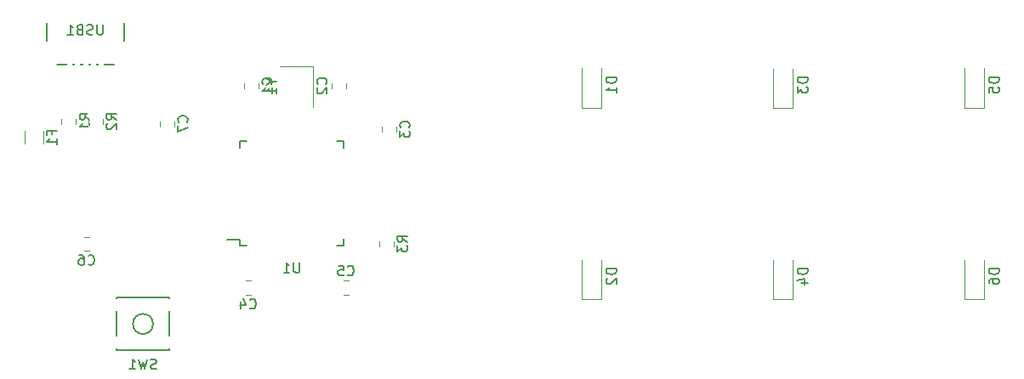
<source format=gbo>
G04 #@! TF.GenerationSoftware,KiCad,Pcbnew,(5.1.4)-1*
G04 #@! TF.CreationDate,2023-05-28T13:58:39-07:00*
G04 #@! TF.ProjectId,keypad,6b657970-6164-42e6-9b69-6361645f7063,rev?*
G04 #@! TF.SameCoordinates,Original*
G04 #@! TF.FileFunction,Legend,Bot*
G04 #@! TF.FilePolarity,Positive*
%FSLAX46Y46*%
G04 Gerber Fmt 4.6, Leading zero omitted, Abs format (unit mm)*
G04 Created by KiCad (PCBNEW (5.1.4)-1) date 2023-05-28 13:58:39*
%MOMM*%
%LPD*%
G04 APERTURE LIST*
%ADD10C,0.120000*%
%ADD11C,0.150000*%
%ADD12R,1.302000X1.502000*%
%ADD13O,1.802000X2.802000*%
%ADD14R,0.602000X2.352000*%
%ADD15R,0.652000X1.602000*%
%ADD16R,1.602000X0.652000*%
%ADD17R,1.902000X1.202000*%
%ADD18C,0.100000*%
%ADD19C,1.077000*%
%ADD20R,2.652000X2.602000*%
%ADD21C,1.852000*%
%ADD22C,3.102000*%
%ADD23C,4.089800*%
%ADD24C,1.352000*%
%ADD25R,1.302000X1.002000*%
G04 APERTURE END LIST*
D10*
X187617000Y-109803000D02*
X187617000Y-113803000D01*
X184317000Y-109803000D02*
X187617000Y-109803000D01*
D11*
X161156000Y-104140000D02*
X161156000Y-109590000D01*
X168856000Y-104140000D02*
X168856000Y-109590000D01*
X161156000Y-109590000D02*
X168856000Y-109590000D01*
X180372000Y-127028000D02*
X179097000Y-127028000D01*
X190722000Y-127603000D02*
X190047000Y-127603000D01*
X190722000Y-117253000D02*
X190047000Y-117253000D01*
X180372000Y-117253000D02*
X181047000Y-117253000D01*
X180372000Y-127603000D02*
X181047000Y-127603000D01*
X180372000Y-117253000D02*
X180372000Y-117928000D01*
X190722000Y-117253000D02*
X190722000Y-117928000D01*
X190722000Y-127603000D02*
X190722000Y-126928000D01*
X180372000Y-127603000D02*
X180372000Y-127028000D01*
X173331250Y-132837000D02*
X168131250Y-132837000D01*
X168131250Y-132837000D02*
X168131250Y-138037000D01*
X168131250Y-138037000D02*
X173331250Y-138037000D01*
X173331250Y-138037000D02*
X173331250Y-132837000D01*
X171731250Y-135437000D02*
G75*
G03X171731250Y-135437000I-1000000J0D01*
G01*
D10*
X194235000Y-127688078D02*
X194235000Y-127170922D01*
X195655000Y-127688078D02*
X195655000Y-127170922D01*
X165279000Y-115526078D02*
X165279000Y-115008922D01*
X166699000Y-115526078D02*
X166699000Y-115008922D01*
X162612000Y-115526078D02*
X162612000Y-115008922D01*
X164032000Y-115526078D02*
X164032000Y-115008922D01*
X158983000Y-117439064D02*
X158983000Y-116234936D01*
X160803000Y-117439064D02*
X160803000Y-116234936D01*
X254492000Y-132933000D02*
X254492000Y-129033000D01*
X252492000Y-132933000D02*
X252492000Y-129033000D01*
X254492000Y-132933000D02*
X252492000Y-132933000D01*
X254492000Y-113882000D02*
X254492000Y-109982000D01*
X252492000Y-113882000D02*
X252492000Y-109982000D01*
X254492000Y-113882000D02*
X252492000Y-113882000D01*
X235442000Y-132933000D02*
X235442000Y-129033000D01*
X233442000Y-132933000D02*
X233442000Y-129033000D01*
X235442000Y-132933000D02*
X233442000Y-132933000D01*
X235442000Y-113883000D02*
X235442000Y-109983000D01*
X233442000Y-113883000D02*
X233442000Y-109983000D01*
X235442000Y-113883000D02*
X233442000Y-113883000D01*
X216392000Y-132933000D02*
X216392000Y-129033000D01*
X214392000Y-132933000D02*
X214392000Y-129033000D01*
X216392000Y-132933000D02*
X214392000Y-132933000D01*
X216392000Y-113882000D02*
X216392000Y-109982000D01*
X214392000Y-113882000D02*
X214392000Y-109982000D01*
X216392000Y-113882000D02*
X214392000Y-113882000D01*
X172391000Y-115750078D02*
X172391000Y-115232922D01*
X173811000Y-115750078D02*
X173811000Y-115232922D01*
X164841422Y-126749500D02*
X165358578Y-126749500D01*
X164841422Y-128169500D02*
X165358578Y-128169500D01*
X191188078Y-132536000D02*
X190670922Y-132536000D01*
X191188078Y-131116000D02*
X190670922Y-131116000D01*
X180921922Y-131116000D02*
X181439078Y-131116000D01*
X180921922Y-132536000D02*
X181439078Y-132536000D01*
X194489000Y-116288078D02*
X194489000Y-115770922D01*
X195909000Y-116288078D02*
X195909000Y-115770922D01*
X190956000Y-111452922D02*
X190956000Y-111970078D01*
X189536000Y-111452922D02*
X189536000Y-111970078D01*
X180773000Y-111970078D02*
X180773000Y-111452922D01*
X182193000Y-111970078D02*
X182193000Y-111452922D01*
D11*
X183493190Y-111326809D02*
X183969380Y-111326809D01*
X182969380Y-110993476D02*
X183493190Y-111326809D01*
X182969380Y-111660142D01*
X183969380Y-112517285D02*
X183969380Y-111945857D01*
X183969380Y-112231571D02*
X182969380Y-112231571D01*
X183112238Y-112136333D01*
X183207476Y-112041095D01*
X183255095Y-111945857D01*
X166744095Y-105624380D02*
X166744095Y-106433904D01*
X166696476Y-106529142D01*
X166648857Y-106576761D01*
X166553619Y-106624380D01*
X166363142Y-106624380D01*
X166267904Y-106576761D01*
X166220285Y-106529142D01*
X166172666Y-106433904D01*
X166172666Y-105624380D01*
X165744095Y-106576761D02*
X165601238Y-106624380D01*
X165363142Y-106624380D01*
X165267904Y-106576761D01*
X165220285Y-106529142D01*
X165172666Y-106433904D01*
X165172666Y-106338666D01*
X165220285Y-106243428D01*
X165267904Y-106195809D01*
X165363142Y-106148190D01*
X165553619Y-106100571D01*
X165648857Y-106052952D01*
X165696476Y-106005333D01*
X165744095Y-105910095D01*
X165744095Y-105814857D01*
X165696476Y-105719619D01*
X165648857Y-105672000D01*
X165553619Y-105624380D01*
X165315523Y-105624380D01*
X165172666Y-105672000D01*
X164410761Y-106100571D02*
X164267904Y-106148190D01*
X164220285Y-106195809D01*
X164172666Y-106291047D01*
X164172666Y-106433904D01*
X164220285Y-106529142D01*
X164267904Y-106576761D01*
X164363142Y-106624380D01*
X164744095Y-106624380D01*
X164744095Y-105624380D01*
X164410761Y-105624380D01*
X164315523Y-105672000D01*
X164267904Y-105719619D01*
X164220285Y-105814857D01*
X164220285Y-105910095D01*
X164267904Y-106005333D01*
X164315523Y-106052952D01*
X164410761Y-106100571D01*
X164744095Y-106100571D01*
X163220285Y-106624380D02*
X163791714Y-106624380D01*
X163506000Y-106624380D02*
X163506000Y-105624380D01*
X163601238Y-105767238D01*
X163696476Y-105862476D01*
X163791714Y-105910095D01*
X186308904Y-129330380D02*
X186308904Y-130139904D01*
X186261285Y-130235142D01*
X186213666Y-130282761D01*
X186118428Y-130330380D01*
X185927952Y-130330380D01*
X185832714Y-130282761D01*
X185785095Y-130235142D01*
X185737476Y-130139904D01*
X185737476Y-129330380D01*
X184737476Y-130330380D02*
X185308904Y-130330380D01*
X185023190Y-130330380D02*
X185023190Y-129330380D01*
X185118428Y-129473238D01*
X185213666Y-129568476D01*
X185308904Y-129616095D01*
X172064583Y-139905761D02*
X171921726Y-139953380D01*
X171683630Y-139953380D01*
X171588392Y-139905761D01*
X171540773Y-139858142D01*
X171493154Y-139762904D01*
X171493154Y-139667666D01*
X171540773Y-139572428D01*
X171588392Y-139524809D01*
X171683630Y-139477190D01*
X171874107Y-139429571D01*
X171969345Y-139381952D01*
X172016964Y-139334333D01*
X172064583Y-139239095D01*
X172064583Y-139143857D01*
X172016964Y-139048619D01*
X171969345Y-139001000D01*
X171874107Y-138953380D01*
X171636011Y-138953380D01*
X171493154Y-139001000D01*
X171159821Y-138953380D02*
X170921726Y-139953380D01*
X170731250Y-139239095D01*
X170540773Y-139953380D01*
X170302678Y-138953380D01*
X169397916Y-139953380D02*
X169969345Y-139953380D01*
X169683630Y-139953380D02*
X169683630Y-138953380D01*
X169778869Y-139096238D01*
X169874107Y-139191476D01*
X169969345Y-139239095D01*
X197047380Y-127262833D02*
X196571190Y-126929500D01*
X197047380Y-126691404D02*
X196047380Y-126691404D01*
X196047380Y-127072357D01*
X196095000Y-127167595D01*
X196142619Y-127215214D01*
X196237857Y-127262833D01*
X196380714Y-127262833D01*
X196475952Y-127215214D01*
X196523571Y-127167595D01*
X196571190Y-127072357D01*
X196571190Y-126691404D01*
X196047380Y-127596166D02*
X196047380Y-128215214D01*
X196428333Y-127881880D01*
X196428333Y-128024738D01*
X196475952Y-128119976D01*
X196523571Y-128167595D01*
X196618809Y-128215214D01*
X196856904Y-128215214D01*
X196952142Y-128167595D01*
X196999761Y-128119976D01*
X197047380Y-128024738D01*
X197047380Y-127739023D01*
X196999761Y-127643785D01*
X196952142Y-127596166D01*
X168091380Y-115100833D02*
X167615190Y-114767500D01*
X168091380Y-114529404D02*
X167091380Y-114529404D01*
X167091380Y-114910357D01*
X167139000Y-115005595D01*
X167186619Y-115053214D01*
X167281857Y-115100833D01*
X167424714Y-115100833D01*
X167519952Y-115053214D01*
X167567571Y-115005595D01*
X167615190Y-114910357D01*
X167615190Y-114529404D01*
X167186619Y-115481785D02*
X167139000Y-115529404D01*
X167091380Y-115624642D01*
X167091380Y-115862738D01*
X167139000Y-115957976D01*
X167186619Y-116005595D01*
X167281857Y-116053214D01*
X167377095Y-116053214D01*
X167519952Y-116005595D01*
X168091380Y-115434166D01*
X168091380Y-116053214D01*
X165424380Y-115100833D02*
X164948190Y-114767500D01*
X165424380Y-114529404D02*
X164424380Y-114529404D01*
X164424380Y-114910357D01*
X164472000Y-115005595D01*
X164519619Y-115053214D01*
X164614857Y-115100833D01*
X164757714Y-115100833D01*
X164852952Y-115053214D01*
X164900571Y-115005595D01*
X164948190Y-114910357D01*
X164948190Y-114529404D01*
X165424380Y-116053214D02*
X165424380Y-115481785D01*
X165424380Y-115767500D02*
X164424380Y-115767500D01*
X164567238Y-115672261D01*
X164662476Y-115577023D01*
X164710095Y-115481785D01*
X161641571Y-116503666D02*
X161641571Y-116170333D01*
X162165380Y-116170333D02*
X161165380Y-116170333D01*
X161165380Y-116646523D01*
X162165380Y-117551285D02*
X162165380Y-116979857D01*
X162165380Y-117265571D02*
X161165380Y-117265571D01*
X161308238Y-117170333D01*
X161403476Y-117075095D01*
X161451095Y-116979857D01*
X255944380Y-129944904D02*
X254944380Y-129944904D01*
X254944380Y-130183000D01*
X254992000Y-130325857D01*
X255087238Y-130421095D01*
X255182476Y-130468714D01*
X255372952Y-130516333D01*
X255515809Y-130516333D01*
X255706285Y-130468714D01*
X255801523Y-130421095D01*
X255896761Y-130325857D01*
X255944380Y-130183000D01*
X255944380Y-129944904D01*
X254944380Y-131373476D02*
X254944380Y-131183000D01*
X254992000Y-131087761D01*
X255039619Y-131040142D01*
X255182476Y-130944904D01*
X255372952Y-130897285D01*
X255753904Y-130897285D01*
X255849142Y-130944904D01*
X255896761Y-130992523D01*
X255944380Y-131087761D01*
X255944380Y-131278238D01*
X255896761Y-131373476D01*
X255849142Y-131421095D01*
X255753904Y-131468714D01*
X255515809Y-131468714D01*
X255420571Y-131421095D01*
X255372952Y-131373476D01*
X255325333Y-131278238D01*
X255325333Y-131087761D01*
X255372952Y-130992523D01*
X255420571Y-130944904D01*
X255515809Y-130897285D01*
X255944380Y-110893904D02*
X254944380Y-110893904D01*
X254944380Y-111132000D01*
X254992000Y-111274857D01*
X255087238Y-111370095D01*
X255182476Y-111417714D01*
X255372952Y-111465333D01*
X255515809Y-111465333D01*
X255706285Y-111417714D01*
X255801523Y-111370095D01*
X255896761Y-111274857D01*
X255944380Y-111132000D01*
X255944380Y-110893904D01*
X254944380Y-112370095D02*
X254944380Y-111893904D01*
X255420571Y-111846285D01*
X255372952Y-111893904D01*
X255325333Y-111989142D01*
X255325333Y-112227238D01*
X255372952Y-112322476D01*
X255420571Y-112370095D01*
X255515809Y-112417714D01*
X255753904Y-112417714D01*
X255849142Y-112370095D01*
X255896761Y-112322476D01*
X255944380Y-112227238D01*
X255944380Y-111989142D01*
X255896761Y-111893904D01*
X255849142Y-111846285D01*
X236894380Y-129944904D02*
X235894380Y-129944904D01*
X235894380Y-130183000D01*
X235942000Y-130325857D01*
X236037238Y-130421095D01*
X236132476Y-130468714D01*
X236322952Y-130516333D01*
X236465809Y-130516333D01*
X236656285Y-130468714D01*
X236751523Y-130421095D01*
X236846761Y-130325857D01*
X236894380Y-130183000D01*
X236894380Y-129944904D01*
X236227714Y-131373476D02*
X236894380Y-131373476D01*
X235846761Y-131135380D02*
X236561047Y-130897285D01*
X236561047Y-131516333D01*
X236894380Y-110894904D02*
X235894380Y-110894904D01*
X235894380Y-111133000D01*
X235942000Y-111275857D01*
X236037238Y-111371095D01*
X236132476Y-111418714D01*
X236322952Y-111466333D01*
X236465809Y-111466333D01*
X236656285Y-111418714D01*
X236751523Y-111371095D01*
X236846761Y-111275857D01*
X236894380Y-111133000D01*
X236894380Y-110894904D01*
X235894380Y-111799666D02*
X235894380Y-112418714D01*
X236275333Y-112085380D01*
X236275333Y-112228238D01*
X236322952Y-112323476D01*
X236370571Y-112371095D01*
X236465809Y-112418714D01*
X236703904Y-112418714D01*
X236799142Y-112371095D01*
X236846761Y-112323476D01*
X236894380Y-112228238D01*
X236894380Y-111942523D01*
X236846761Y-111847285D01*
X236799142Y-111799666D01*
X217844380Y-129944904D02*
X216844380Y-129944904D01*
X216844380Y-130183000D01*
X216892000Y-130325857D01*
X216987238Y-130421095D01*
X217082476Y-130468714D01*
X217272952Y-130516333D01*
X217415809Y-130516333D01*
X217606285Y-130468714D01*
X217701523Y-130421095D01*
X217796761Y-130325857D01*
X217844380Y-130183000D01*
X217844380Y-129944904D01*
X216939619Y-130897285D02*
X216892000Y-130944904D01*
X216844380Y-131040142D01*
X216844380Y-131278238D01*
X216892000Y-131373476D01*
X216939619Y-131421095D01*
X217034857Y-131468714D01*
X217130095Y-131468714D01*
X217272952Y-131421095D01*
X217844380Y-130849666D01*
X217844380Y-131468714D01*
X217844380Y-110893904D02*
X216844380Y-110893904D01*
X216844380Y-111132000D01*
X216892000Y-111274857D01*
X216987238Y-111370095D01*
X217082476Y-111417714D01*
X217272952Y-111465333D01*
X217415809Y-111465333D01*
X217606285Y-111417714D01*
X217701523Y-111370095D01*
X217796761Y-111274857D01*
X217844380Y-111132000D01*
X217844380Y-110893904D01*
X217844380Y-112417714D02*
X217844380Y-111846285D01*
X217844380Y-112132000D02*
X216844380Y-112132000D01*
X216987238Y-112036761D01*
X217082476Y-111941523D01*
X217130095Y-111846285D01*
X175108142Y-115324833D02*
X175155761Y-115277214D01*
X175203380Y-115134357D01*
X175203380Y-115039119D01*
X175155761Y-114896261D01*
X175060523Y-114801023D01*
X174965285Y-114753404D01*
X174774809Y-114705785D01*
X174631952Y-114705785D01*
X174441476Y-114753404D01*
X174346238Y-114801023D01*
X174251000Y-114896261D01*
X174203380Y-115039119D01*
X174203380Y-115134357D01*
X174251000Y-115277214D01*
X174298619Y-115324833D01*
X174203380Y-115658166D02*
X174203380Y-116324833D01*
X175203380Y-115896261D01*
X165266666Y-129466642D02*
X165314285Y-129514261D01*
X165457142Y-129561880D01*
X165552380Y-129561880D01*
X165695238Y-129514261D01*
X165790476Y-129419023D01*
X165838095Y-129323785D01*
X165885714Y-129133309D01*
X165885714Y-128990452D01*
X165838095Y-128799976D01*
X165790476Y-128704738D01*
X165695238Y-128609500D01*
X165552380Y-128561880D01*
X165457142Y-128561880D01*
X165314285Y-128609500D01*
X165266666Y-128657119D01*
X164409523Y-128561880D02*
X164600000Y-128561880D01*
X164695238Y-128609500D01*
X164742857Y-128657119D01*
X164838095Y-128799976D01*
X164885714Y-128990452D01*
X164885714Y-129371404D01*
X164838095Y-129466642D01*
X164790476Y-129514261D01*
X164695238Y-129561880D01*
X164504761Y-129561880D01*
X164409523Y-129514261D01*
X164361904Y-129466642D01*
X164314285Y-129371404D01*
X164314285Y-129133309D01*
X164361904Y-129038071D01*
X164409523Y-128990452D01*
X164504761Y-128942833D01*
X164695238Y-128942833D01*
X164790476Y-128990452D01*
X164838095Y-129038071D01*
X164885714Y-129133309D01*
X191096166Y-130533142D02*
X191143785Y-130580761D01*
X191286642Y-130628380D01*
X191381880Y-130628380D01*
X191524738Y-130580761D01*
X191619976Y-130485523D01*
X191667595Y-130390285D01*
X191715214Y-130199809D01*
X191715214Y-130056952D01*
X191667595Y-129866476D01*
X191619976Y-129771238D01*
X191524738Y-129676000D01*
X191381880Y-129628380D01*
X191286642Y-129628380D01*
X191143785Y-129676000D01*
X191096166Y-129723619D01*
X190191404Y-129628380D02*
X190667595Y-129628380D01*
X190715214Y-130104571D01*
X190667595Y-130056952D01*
X190572357Y-130009333D01*
X190334261Y-130009333D01*
X190239023Y-130056952D01*
X190191404Y-130104571D01*
X190143785Y-130199809D01*
X190143785Y-130437904D01*
X190191404Y-130533142D01*
X190239023Y-130580761D01*
X190334261Y-130628380D01*
X190572357Y-130628380D01*
X190667595Y-130580761D01*
X190715214Y-130533142D01*
X181347166Y-133833142D02*
X181394785Y-133880761D01*
X181537642Y-133928380D01*
X181632880Y-133928380D01*
X181775738Y-133880761D01*
X181870976Y-133785523D01*
X181918595Y-133690285D01*
X181966214Y-133499809D01*
X181966214Y-133356952D01*
X181918595Y-133166476D01*
X181870976Y-133071238D01*
X181775738Y-132976000D01*
X181632880Y-132928380D01*
X181537642Y-132928380D01*
X181394785Y-132976000D01*
X181347166Y-133023619D01*
X180490023Y-133261714D02*
X180490023Y-133928380D01*
X180728119Y-132880761D02*
X180966214Y-133595047D01*
X180347166Y-133595047D01*
X197206142Y-115862833D02*
X197253761Y-115815214D01*
X197301380Y-115672357D01*
X197301380Y-115577119D01*
X197253761Y-115434261D01*
X197158523Y-115339023D01*
X197063285Y-115291404D01*
X196872809Y-115243785D01*
X196729952Y-115243785D01*
X196539476Y-115291404D01*
X196444238Y-115339023D01*
X196349000Y-115434261D01*
X196301380Y-115577119D01*
X196301380Y-115672357D01*
X196349000Y-115815214D01*
X196396619Y-115862833D01*
X196301380Y-116196166D02*
X196301380Y-116815214D01*
X196682333Y-116481880D01*
X196682333Y-116624738D01*
X196729952Y-116719976D01*
X196777571Y-116767595D01*
X196872809Y-116815214D01*
X197110904Y-116815214D01*
X197206142Y-116767595D01*
X197253761Y-116719976D01*
X197301380Y-116624738D01*
X197301380Y-116339023D01*
X197253761Y-116243785D01*
X197206142Y-116196166D01*
X188953142Y-111544833D02*
X189000761Y-111497214D01*
X189048380Y-111354357D01*
X189048380Y-111259119D01*
X189000761Y-111116261D01*
X188905523Y-111021023D01*
X188810285Y-110973404D01*
X188619809Y-110925785D01*
X188476952Y-110925785D01*
X188286476Y-110973404D01*
X188191238Y-111021023D01*
X188096000Y-111116261D01*
X188048380Y-111259119D01*
X188048380Y-111354357D01*
X188096000Y-111497214D01*
X188143619Y-111544833D01*
X188143619Y-111925785D02*
X188096000Y-111973404D01*
X188048380Y-112068642D01*
X188048380Y-112306738D01*
X188096000Y-112401976D01*
X188143619Y-112449595D01*
X188238857Y-112497214D01*
X188334095Y-112497214D01*
X188476952Y-112449595D01*
X189048380Y-111878166D01*
X189048380Y-112497214D01*
X183490142Y-111544833D02*
X183537761Y-111497214D01*
X183585380Y-111354357D01*
X183585380Y-111259119D01*
X183537761Y-111116261D01*
X183442523Y-111021023D01*
X183347285Y-110973404D01*
X183156809Y-110925785D01*
X183013952Y-110925785D01*
X182823476Y-110973404D01*
X182728238Y-111021023D01*
X182633000Y-111116261D01*
X182585380Y-111259119D01*
X182585380Y-111354357D01*
X182633000Y-111497214D01*
X182680619Y-111544833D01*
X183585380Y-112497214D02*
X183585380Y-111925785D01*
X183585380Y-112211500D02*
X182585380Y-112211500D01*
X182728238Y-112116261D01*
X182823476Y-112021023D01*
X182871095Y-111925785D01*
%LPC*%
D12*
X185117000Y-110703000D03*
X185117000Y-112903000D03*
X186817000Y-112903000D03*
X186817000Y-110703000D03*
D13*
X161356000Y-104140000D03*
X168656000Y-104140000D03*
X168656000Y-108640000D03*
X161356000Y-108640000D03*
D14*
X163406000Y-108640000D03*
X164206000Y-108640000D03*
X165006000Y-108640000D03*
X165806000Y-108640000D03*
X166606000Y-108640000D03*
D15*
X181547000Y-128128000D03*
X182347000Y-128128000D03*
X183147000Y-128128000D03*
X183947000Y-128128000D03*
X184747000Y-128128000D03*
X185547000Y-128128000D03*
X186347000Y-128128000D03*
X187147000Y-128128000D03*
X187947000Y-128128000D03*
X188747000Y-128128000D03*
X189547000Y-128128000D03*
D16*
X191247000Y-126428000D03*
X191247000Y-125628000D03*
X191247000Y-124828000D03*
X191247000Y-124028000D03*
X191247000Y-123228000D03*
X191247000Y-122428000D03*
X191247000Y-121628000D03*
X191247000Y-120828000D03*
X191247000Y-120028000D03*
X191247000Y-119228000D03*
X191247000Y-118428000D03*
D15*
X189547000Y-116728000D03*
X188747000Y-116728000D03*
X187947000Y-116728000D03*
X187147000Y-116728000D03*
X186347000Y-116728000D03*
X185547000Y-116728000D03*
X184747000Y-116728000D03*
X183947000Y-116728000D03*
X183147000Y-116728000D03*
X182347000Y-116728000D03*
X181547000Y-116728000D03*
D16*
X179847000Y-118428000D03*
X179847000Y-119228000D03*
X179847000Y-120028000D03*
X179847000Y-120828000D03*
X179847000Y-121628000D03*
X179847000Y-122428000D03*
X179847000Y-123228000D03*
X179847000Y-124028000D03*
X179847000Y-124828000D03*
X179847000Y-125628000D03*
X179847000Y-126428000D03*
D17*
X173831250Y-137287000D03*
X167631250Y-133587000D03*
X173831250Y-133587000D03*
X167631250Y-137287000D03*
D18*
G36*
X195453141Y-125954797D02*
G01*
X195479278Y-125958674D01*
X195504909Y-125965094D01*
X195529788Y-125973995D01*
X195553674Y-125985293D01*
X195576337Y-125998877D01*
X195597560Y-126014617D01*
X195617139Y-126032361D01*
X195634883Y-126051940D01*
X195650623Y-126073163D01*
X195664207Y-126095826D01*
X195675505Y-126119712D01*
X195684406Y-126144591D01*
X195690826Y-126170222D01*
X195694703Y-126196359D01*
X195696000Y-126222750D01*
X195696000Y-126761250D01*
X195694703Y-126787641D01*
X195690826Y-126813778D01*
X195684406Y-126839409D01*
X195675505Y-126864288D01*
X195664207Y-126888174D01*
X195650623Y-126910837D01*
X195634883Y-126932060D01*
X195617139Y-126951639D01*
X195597560Y-126969383D01*
X195576337Y-126985123D01*
X195553674Y-126998707D01*
X195529788Y-127010005D01*
X195504909Y-127018906D01*
X195479278Y-127025326D01*
X195453141Y-127029203D01*
X195426750Y-127030500D01*
X194463250Y-127030500D01*
X194436859Y-127029203D01*
X194410722Y-127025326D01*
X194385091Y-127018906D01*
X194360212Y-127010005D01*
X194336326Y-126998707D01*
X194313663Y-126985123D01*
X194292440Y-126969383D01*
X194272861Y-126951639D01*
X194255117Y-126932060D01*
X194239377Y-126910837D01*
X194225793Y-126888174D01*
X194214495Y-126864288D01*
X194205594Y-126839409D01*
X194199174Y-126813778D01*
X194195297Y-126787641D01*
X194194000Y-126761250D01*
X194194000Y-126222750D01*
X194195297Y-126196359D01*
X194199174Y-126170222D01*
X194205594Y-126144591D01*
X194214495Y-126119712D01*
X194225793Y-126095826D01*
X194239377Y-126073163D01*
X194255117Y-126051940D01*
X194272861Y-126032361D01*
X194292440Y-126014617D01*
X194313663Y-125998877D01*
X194336326Y-125985293D01*
X194360212Y-125973995D01*
X194385091Y-125965094D01*
X194410722Y-125958674D01*
X194436859Y-125954797D01*
X194463250Y-125953500D01*
X195426750Y-125953500D01*
X195453141Y-125954797D01*
X195453141Y-125954797D01*
G37*
D19*
X194945000Y-126492000D03*
D18*
G36*
X195453141Y-127829797D02*
G01*
X195479278Y-127833674D01*
X195504909Y-127840094D01*
X195529788Y-127848995D01*
X195553674Y-127860293D01*
X195576337Y-127873877D01*
X195597560Y-127889617D01*
X195617139Y-127907361D01*
X195634883Y-127926940D01*
X195650623Y-127948163D01*
X195664207Y-127970826D01*
X195675505Y-127994712D01*
X195684406Y-128019591D01*
X195690826Y-128045222D01*
X195694703Y-128071359D01*
X195696000Y-128097750D01*
X195696000Y-128636250D01*
X195694703Y-128662641D01*
X195690826Y-128688778D01*
X195684406Y-128714409D01*
X195675505Y-128739288D01*
X195664207Y-128763174D01*
X195650623Y-128785837D01*
X195634883Y-128807060D01*
X195617139Y-128826639D01*
X195597560Y-128844383D01*
X195576337Y-128860123D01*
X195553674Y-128873707D01*
X195529788Y-128885005D01*
X195504909Y-128893906D01*
X195479278Y-128900326D01*
X195453141Y-128904203D01*
X195426750Y-128905500D01*
X194463250Y-128905500D01*
X194436859Y-128904203D01*
X194410722Y-128900326D01*
X194385091Y-128893906D01*
X194360212Y-128885005D01*
X194336326Y-128873707D01*
X194313663Y-128860123D01*
X194292440Y-128844383D01*
X194272861Y-128826639D01*
X194255117Y-128807060D01*
X194239377Y-128785837D01*
X194225793Y-128763174D01*
X194214495Y-128739288D01*
X194205594Y-128714409D01*
X194199174Y-128688778D01*
X194195297Y-128662641D01*
X194194000Y-128636250D01*
X194194000Y-128097750D01*
X194195297Y-128071359D01*
X194199174Y-128045222D01*
X194205594Y-128019591D01*
X194214495Y-127994712D01*
X194225793Y-127970826D01*
X194239377Y-127948163D01*
X194255117Y-127926940D01*
X194272861Y-127907361D01*
X194292440Y-127889617D01*
X194313663Y-127873877D01*
X194336326Y-127860293D01*
X194360212Y-127848995D01*
X194385091Y-127840094D01*
X194410722Y-127833674D01*
X194436859Y-127829797D01*
X194463250Y-127828500D01*
X195426750Y-127828500D01*
X195453141Y-127829797D01*
X195453141Y-127829797D01*
G37*
D19*
X194945000Y-128367000D03*
D18*
G36*
X166497141Y-113792797D02*
G01*
X166523278Y-113796674D01*
X166548909Y-113803094D01*
X166573788Y-113811995D01*
X166597674Y-113823293D01*
X166620337Y-113836877D01*
X166641560Y-113852617D01*
X166661139Y-113870361D01*
X166678883Y-113889940D01*
X166694623Y-113911163D01*
X166708207Y-113933826D01*
X166719505Y-113957712D01*
X166728406Y-113982591D01*
X166734826Y-114008222D01*
X166738703Y-114034359D01*
X166740000Y-114060750D01*
X166740000Y-114599250D01*
X166738703Y-114625641D01*
X166734826Y-114651778D01*
X166728406Y-114677409D01*
X166719505Y-114702288D01*
X166708207Y-114726174D01*
X166694623Y-114748837D01*
X166678883Y-114770060D01*
X166661139Y-114789639D01*
X166641560Y-114807383D01*
X166620337Y-114823123D01*
X166597674Y-114836707D01*
X166573788Y-114848005D01*
X166548909Y-114856906D01*
X166523278Y-114863326D01*
X166497141Y-114867203D01*
X166470750Y-114868500D01*
X165507250Y-114868500D01*
X165480859Y-114867203D01*
X165454722Y-114863326D01*
X165429091Y-114856906D01*
X165404212Y-114848005D01*
X165380326Y-114836707D01*
X165357663Y-114823123D01*
X165336440Y-114807383D01*
X165316861Y-114789639D01*
X165299117Y-114770060D01*
X165283377Y-114748837D01*
X165269793Y-114726174D01*
X165258495Y-114702288D01*
X165249594Y-114677409D01*
X165243174Y-114651778D01*
X165239297Y-114625641D01*
X165238000Y-114599250D01*
X165238000Y-114060750D01*
X165239297Y-114034359D01*
X165243174Y-114008222D01*
X165249594Y-113982591D01*
X165258495Y-113957712D01*
X165269793Y-113933826D01*
X165283377Y-113911163D01*
X165299117Y-113889940D01*
X165316861Y-113870361D01*
X165336440Y-113852617D01*
X165357663Y-113836877D01*
X165380326Y-113823293D01*
X165404212Y-113811995D01*
X165429091Y-113803094D01*
X165454722Y-113796674D01*
X165480859Y-113792797D01*
X165507250Y-113791500D01*
X166470750Y-113791500D01*
X166497141Y-113792797D01*
X166497141Y-113792797D01*
G37*
D19*
X165989000Y-114330000D03*
D18*
G36*
X166497141Y-115667797D02*
G01*
X166523278Y-115671674D01*
X166548909Y-115678094D01*
X166573788Y-115686995D01*
X166597674Y-115698293D01*
X166620337Y-115711877D01*
X166641560Y-115727617D01*
X166661139Y-115745361D01*
X166678883Y-115764940D01*
X166694623Y-115786163D01*
X166708207Y-115808826D01*
X166719505Y-115832712D01*
X166728406Y-115857591D01*
X166734826Y-115883222D01*
X166738703Y-115909359D01*
X166740000Y-115935750D01*
X166740000Y-116474250D01*
X166738703Y-116500641D01*
X166734826Y-116526778D01*
X166728406Y-116552409D01*
X166719505Y-116577288D01*
X166708207Y-116601174D01*
X166694623Y-116623837D01*
X166678883Y-116645060D01*
X166661139Y-116664639D01*
X166641560Y-116682383D01*
X166620337Y-116698123D01*
X166597674Y-116711707D01*
X166573788Y-116723005D01*
X166548909Y-116731906D01*
X166523278Y-116738326D01*
X166497141Y-116742203D01*
X166470750Y-116743500D01*
X165507250Y-116743500D01*
X165480859Y-116742203D01*
X165454722Y-116738326D01*
X165429091Y-116731906D01*
X165404212Y-116723005D01*
X165380326Y-116711707D01*
X165357663Y-116698123D01*
X165336440Y-116682383D01*
X165316861Y-116664639D01*
X165299117Y-116645060D01*
X165283377Y-116623837D01*
X165269793Y-116601174D01*
X165258495Y-116577288D01*
X165249594Y-116552409D01*
X165243174Y-116526778D01*
X165239297Y-116500641D01*
X165238000Y-116474250D01*
X165238000Y-115935750D01*
X165239297Y-115909359D01*
X165243174Y-115883222D01*
X165249594Y-115857591D01*
X165258495Y-115832712D01*
X165269793Y-115808826D01*
X165283377Y-115786163D01*
X165299117Y-115764940D01*
X165316861Y-115745361D01*
X165336440Y-115727617D01*
X165357663Y-115711877D01*
X165380326Y-115698293D01*
X165404212Y-115686995D01*
X165429091Y-115678094D01*
X165454722Y-115671674D01*
X165480859Y-115667797D01*
X165507250Y-115666500D01*
X166470750Y-115666500D01*
X166497141Y-115667797D01*
X166497141Y-115667797D01*
G37*
D19*
X165989000Y-116205000D03*
D18*
G36*
X163830141Y-113792797D02*
G01*
X163856278Y-113796674D01*
X163881909Y-113803094D01*
X163906788Y-113811995D01*
X163930674Y-113823293D01*
X163953337Y-113836877D01*
X163974560Y-113852617D01*
X163994139Y-113870361D01*
X164011883Y-113889940D01*
X164027623Y-113911163D01*
X164041207Y-113933826D01*
X164052505Y-113957712D01*
X164061406Y-113982591D01*
X164067826Y-114008222D01*
X164071703Y-114034359D01*
X164073000Y-114060750D01*
X164073000Y-114599250D01*
X164071703Y-114625641D01*
X164067826Y-114651778D01*
X164061406Y-114677409D01*
X164052505Y-114702288D01*
X164041207Y-114726174D01*
X164027623Y-114748837D01*
X164011883Y-114770060D01*
X163994139Y-114789639D01*
X163974560Y-114807383D01*
X163953337Y-114823123D01*
X163930674Y-114836707D01*
X163906788Y-114848005D01*
X163881909Y-114856906D01*
X163856278Y-114863326D01*
X163830141Y-114867203D01*
X163803750Y-114868500D01*
X162840250Y-114868500D01*
X162813859Y-114867203D01*
X162787722Y-114863326D01*
X162762091Y-114856906D01*
X162737212Y-114848005D01*
X162713326Y-114836707D01*
X162690663Y-114823123D01*
X162669440Y-114807383D01*
X162649861Y-114789639D01*
X162632117Y-114770060D01*
X162616377Y-114748837D01*
X162602793Y-114726174D01*
X162591495Y-114702288D01*
X162582594Y-114677409D01*
X162576174Y-114651778D01*
X162572297Y-114625641D01*
X162571000Y-114599250D01*
X162571000Y-114060750D01*
X162572297Y-114034359D01*
X162576174Y-114008222D01*
X162582594Y-113982591D01*
X162591495Y-113957712D01*
X162602793Y-113933826D01*
X162616377Y-113911163D01*
X162632117Y-113889940D01*
X162649861Y-113870361D01*
X162669440Y-113852617D01*
X162690663Y-113836877D01*
X162713326Y-113823293D01*
X162737212Y-113811995D01*
X162762091Y-113803094D01*
X162787722Y-113796674D01*
X162813859Y-113792797D01*
X162840250Y-113791500D01*
X163803750Y-113791500D01*
X163830141Y-113792797D01*
X163830141Y-113792797D01*
G37*
D19*
X163322000Y-114330000D03*
D18*
G36*
X163830141Y-115667797D02*
G01*
X163856278Y-115671674D01*
X163881909Y-115678094D01*
X163906788Y-115686995D01*
X163930674Y-115698293D01*
X163953337Y-115711877D01*
X163974560Y-115727617D01*
X163994139Y-115745361D01*
X164011883Y-115764940D01*
X164027623Y-115786163D01*
X164041207Y-115808826D01*
X164052505Y-115832712D01*
X164061406Y-115857591D01*
X164067826Y-115883222D01*
X164071703Y-115909359D01*
X164073000Y-115935750D01*
X164073000Y-116474250D01*
X164071703Y-116500641D01*
X164067826Y-116526778D01*
X164061406Y-116552409D01*
X164052505Y-116577288D01*
X164041207Y-116601174D01*
X164027623Y-116623837D01*
X164011883Y-116645060D01*
X163994139Y-116664639D01*
X163974560Y-116682383D01*
X163953337Y-116698123D01*
X163930674Y-116711707D01*
X163906788Y-116723005D01*
X163881909Y-116731906D01*
X163856278Y-116738326D01*
X163830141Y-116742203D01*
X163803750Y-116743500D01*
X162840250Y-116743500D01*
X162813859Y-116742203D01*
X162787722Y-116738326D01*
X162762091Y-116731906D01*
X162737212Y-116723005D01*
X162713326Y-116711707D01*
X162690663Y-116698123D01*
X162669440Y-116682383D01*
X162649861Y-116664639D01*
X162632117Y-116645060D01*
X162616377Y-116623837D01*
X162602793Y-116601174D01*
X162591495Y-116577288D01*
X162582594Y-116552409D01*
X162576174Y-116526778D01*
X162572297Y-116500641D01*
X162571000Y-116474250D01*
X162571000Y-115935750D01*
X162572297Y-115909359D01*
X162576174Y-115883222D01*
X162582594Y-115857591D01*
X162591495Y-115832712D01*
X162602793Y-115808826D01*
X162616377Y-115786163D01*
X162632117Y-115764940D01*
X162649861Y-115745361D01*
X162669440Y-115727617D01*
X162690663Y-115711877D01*
X162713326Y-115698293D01*
X162737212Y-115686995D01*
X162762091Y-115678094D01*
X162787722Y-115671674D01*
X162813859Y-115667797D01*
X162840250Y-115666500D01*
X163803750Y-115666500D01*
X163830141Y-115667797D01*
X163830141Y-115667797D01*
G37*
D19*
X163322000Y-116205000D03*
D20*
X251110750Y-125888750D03*
X238183750Y-128428750D03*
D21*
X250348750Y-130968750D03*
X240188750Y-130968750D03*
D22*
X241458750Y-128428750D03*
D23*
X245268750Y-130968750D03*
D22*
X247808750Y-125888750D03*
D20*
X251110750Y-106838750D03*
X238183750Y-109378750D03*
D21*
X250348750Y-111918750D03*
X240188750Y-111918750D03*
D22*
X241458750Y-109378750D03*
D23*
X245268750Y-111918750D03*
D22*
X247808750Y-106838750D03*
D20*
X232060750Y-125888750D03*
X219133750Y-128428750D03*
D21*
X231298750Y-130968750D03*
X221138750Y-130968750D03*
D22*
X222408750Y-128428750D03*
D23*
X226218750Y-130968750D03*
D22*
X228758750Y-125888750D03*
D20*
X232060750Y-106838750D03*
X219133750Y-109378750D03*
D21*
X231298750Y-111918750D03*
X221138750Y-111918750D03*
D22*
X222408750Y-109378750D03*
D23*
X226218750Y-111918750D03*
D22*
X228758750Y-106838750D03*
D20*
X213010750Y-125888750D03*
X200083750Y-128428750D03*
D21*
X212248750Y-130968750D03*
X202088750Y-130968750D03*
D22*
X203358750Y-128428750D03*
D23*
X207168750Y-130968750D03*
D22*
X209708750Y-125888750D03*
D20*
X213010750Y-106838750D03*
X200083750Y-109378750D03*
D21*
X212248750Y-111918750D03*
X202088750Y-111918750D03*
D22*
X203358750Y-109378750D03*
D23*
X207168750Y-111918750D03*
D22*
X209708750Y-106838750D03*
D18*
G36*
X160575104Y-114762302D02*
G01*
X160601352Y-114766196D01*
X160627093Y-114772643D01*
X160652078Y-114781583D01*
X160676066Y-114792928D01*
X160698826Y-114806571D01*
X160720140Y-114822378D01*
X160739802Y-114840198D01*
X160757622Y-114859860D01*
X160773429Y-114881174D01*
X160787072Y-114903934D01*
X160798417Y-114927922D01*
X160807357Y-114952907D01*
X160813804Y-114978648D01*
X160817698Y-115004896D01*
X160819000Y-115031400D01*
X160819000Y-115842600D01*
X160817698Y-115869104D01*
X160813804Y-115895352D01*
X160807357Y-115921093D01*
X160798417Y-115946078D01*
X160787072Y-115970066D01*
X160773429Y-115992826D01*
X160757622Y-116014140D01*
X160739802Y-116033802D01*
X160720140Y-116051622D01*
X160698826Y-116067429D01*
X160676066Y-116081072D01*
X160652078Y-116092417D01*
X160627093Y-116101357D01*
X160601352Y-116107804D01*
X160575104Y-116111698D01*
X160548600Y-116113000D01*
X159237400Y-116113000D01*
X159210896Y-116111698D01*
X159184648Y-116107804D01*
X159158907Y-116101357D01*
X159133922Y-116092417D01*
X159109934Y-116081072D01*
X159087174Y-116067429D01*
X159065860Y-116051622D01*
X159046198Y-116033802D01*
X159028378Y-116014140D01*
X159012571Y-115992826D01*
X158998928Y-115970066D01*
X158987583Y-115946078D01*
X158978643Y-115921093D01*
X158972196Y-115895352D01*
X158968302Y-115869104D01*
X158967000Y-115842600D01*
X158967000Y-115031400D01*
X158968302Y-115004896D01*
X158972196Y-114978648D01*
X158978643Y-114952907D01*
X158987583Y-114927922D01*
X158998928Y-114903934D01*
X159012571Y-114881174D01*
X159028378Y-114859860D01*
X159046198Y-114840198D01*
X159065860Y-114822378D01*
X159087174Y-114806571D01*
X159109934Y-114792928D01*
X159133922Y-114781583D01*
X159158907Y-114772643D01*
X159184648Y-114766196D01*
X159210896Y-114762302D01*
X159237400Y-114761000D01*
X160548600Y-114761000D01*
X160575104Y-114762302D01*
X160575104Y-114762302D01*
G37*
D24*
X159893000Y-115437000D03*
D18*
G36*
X160575104Y-117562302D02*
G01*
X160601352Y-117566196D01*
X160627093Y-117572643D01*
X160652078Y-117581583D01*
X160676066Y-117592928D01*
X160698826Y-117606571D01*
X160720140Y-117622378D01*
X160739802Y-117640198D01*
X160757622Y-117659860D01*
X160773429Y-117681174D01*
X160787072Y-117703934D01*
X160798417Y-117727922D01*
X160807357Y-117752907D01*
X160813804Y-117778648D01*
X160817698Y-117804896D01*
X160819000Y-117831400D01*
X160819000Y-118642600D01*
X160817698Y-118669104D01*
X160813804Y-118695352D01*
X160807357Y-118721093D01*
X160798417Y-118746078D01*
X160787072Y-118770066D01*
X160773429Y-118792826D01*
X160757622Y-118814140D01*
X160739802Y-118833802D01*
X160720140Y-118851622D01*
X160698826Y-118867429D01*
X160676066Y-118881072D01*
X160652078Y-118892417D01*
X160627093Y-118901357D01*
X160601352Y-118907804D01*
X160575104Y-118911698D01*
X160548600Y-118913000D01*
X159237400Y-118913000D01*
X159210896Y-118911698D01*
X159184648Y-118907804D01*
X159158907Y-118901357D01*
X159133922Y-118892417D01*
X159109934Y-118881072D01*
X159087174Y-118867429D01*
X159065860Y-118851622D01*
X159046198Y-118833802D01*
X159028378Y-118814140D01*
X159012571Y-118792826D01*
X158998928Y-118770066D01*
X158987583Y-118746078D01*
X158978643Y-118721093D01*
X158972196Y-118695352D01*
X158968302Y-118669104D01*
X158967000Y-118642600D01*
X158967000Y-117831400D01*
X158968302Y-117804896D01*
X158972196Y-117778648D01*
X158978643Y-117752907D01*
X158987583Y-117727922D01*
X158998928Y-117703934D01*
X159012571Y-117681174D01*
X159028378Y-117659860D01*
X159046198Y-117640198D01*
X159065860Y-117622378D01*
X159087174Y-117606571D01*
X159109934Y-117592928D01*
X159133922Y-117581583D01*
X159158907Y-117572643D01*
X159184648Y-117566196D01*
X159210896Y-117562302D01*
X159237400Y-117561000D01*
X160548600Y-117561000D01*
X160575104Y-117562302D01*
X160575104Y-117562302D01*
G37*
D24*
X159893000Y-118237000D03*
D25*
X253492000Y-129033000D03*
X253492000Y-132333000D03*
X253492000Y-109982000D03*
X253492000Y-113282000D03*
X234442000Y-129033000D03*
X234442000Y-132333000D03*
X234442000Y-109983000D03*
X234442000Y-113283000D03*
X215392000Y-129033000D03*
X215392000Y-132333000D03*
X215392000Y-109982000D03*
X215392000Y-113282000D03*
D18*
G36*
X173609141Y-114016797D02*
G01*
X173635278Y-114020674D01*
X173660909Y-114027094D01*
X173685788Y-114035995D01*
X173709674Y-114047293D01*
X173732337Y-114060877D01*
X173753560Y-114076617D01*
X173773139Y-114094361D01*
X173790883Y-114113940D01*
X173806623Y-114135163D01*
X173820207Y-114157826D01*
X173831505Y-114181712D01*
X173840406Y-114206591D01*
X173846826Y-114232222D01*
X173850703Y-114258359D01*
X173852000Y-114284750D01*
X173852000Y-114823250D01*
X173850703Y-114849641D01*
X173846826Y-114875778D01*
X173840406Y-114901409D01*
X173831505Y-114926288D01*
X173820207Y-114950174D01*
X173806623Y-114972837D01*
X173790883Y-114994060D01*
X173773139Y-115013639D01*
X173753560Y-115031383D01*
X173732337Y-115047123D01*
X173709674Y-115060707D01*
X173685788Y-115072005D01*
X173660909Y-115080906D01*
X173635278Y-115087326D01*
X173609141Y-115091203D01*
X173582750Y-115092500D01*
X172619250Y-115092500D01*
X172592859Y-115091203D01*
X172566722Y-115087326D01*
X172541091Y-115080906D01*
X172516212Y-115072005D01*
X172492326Y-115060707D01*
X172469663Y-115047123D01*
X172448440Y-115031383D01*
X172428861Y-115013639D01*
X172411117Y-114994060D01*
X172395377Y-114972837D01*
X172381793Y-114950174D01*
X172370495Y-114926288D01*
X172361594Y-114901409D01*
X172355174Y-114875778D01*
X172351297Y-114849641D01*
X172350000Y-114823250D01*
X172350000Y-114284750D01*
X172351297Y-114258359D01*
X172355174Y-114232222D01*
X172361594Y-114206591D01*
X172370495Y-114181712D01*
X172381793Y-114157826D01*
X172395377Y-114135163D01*
X172411117Y-114113940D01*
X172428861Y-114094361D01*
X172448440Y-114076617D01*
X172469663Y-114060877D01*
X172492326Y-114047293D01*
X172516212Y-114035995D01*
X172541091Y-114027094D01*
X172566722Y-114020674D01*
X172592859Y-114016797D01*
X172619250Y-114015500D01*
X173582750Y-114015500D01*
X173609141Y-114016797D01*
X173609141Y-114016797D01*
G37*
D19*
X173101000Y-114554000D03*
D18*
G36*
X173609141Y-115891797D02*
G01*
X173635278Y-115895674D01*
X173660909Y-115902094D01*
X173685788Y-115910995D01*
X173709674Y-115922293D01*
X173732337Y-115935877D01*
X173753560Y-115951617D01*
X173773139Y-115969361D01*
X173790883Y-115988940D01*
X173806623Y-116010163D01*
X173820207Y-116032826D01*
X173831505Y-116056712D01*
X173840406Y-116081591D01*
X173846826Y-116107222D01*
X173850703Y-116133359D01*
X173852000Y-116159750D01*
X173852000Y-116698250D01*
X173850703Y-116724641D01*
X173846826Y-116750778D01*
X173840406Y-116776409D01*
X173831505Y-116801288D01*
X173820207Y-116825174D01*
X173806623Y-116847837D01*
X173790883Y-116869060D01*
X173773139Y-116888639D01*
X173753560Y-116906383D01*
X173732337Y-116922123D01*
X173709674Y-116935707D01*
X173685788Y-116947005D01*
X173660909Y-116955906D01*
X173635278Y-116962326D01*
X173609141Y-116966203D01*
X173582750Y-116967500D01*
X172619250Y-116967500D01*
X172592859Y-116966203D01*
X172566722Y-116962326D01*
X172541091Y-116955906D01*
X172516212Y-116947005D01*
X172492326Y-116935707D01*
X172469663Y-116922123D01*
X172448440Y-116906383D01*
X172428861Y-116888639D01*
X172411117Y-116869060D01*
X172395377Y-116847837D01*
X172381793Y-116825174D01*
X172370495Y-116801288D01*
X172361594Y-116776409D01*
X172355174Y-116750778D01*
X172351297Y-116724641D01*
X172350000Y-116698250D01*
X172350000Y-116159750D01*
X172351297Y-116133359D01*
X172355174Y-116107222D01*
X172361594Y-116081591D01*
X172370495Y-116056712D01*
X172381793Y-116032826D01*
X172395377Y-116010163D01*
X172411117Y-115988940D01*
X172428861Y-115969361D01*
X172448440Y-115951617D01*
X172469663Y-115935877D01*
X172492326Y-115922293D01*
X172516212Y-115910995D01*
X172541091Y-115902094D01*
X172566722Y-115895674D01*
X172592859Y-115891797D01*
X172619250Y-115890500D01*
X173582750Y-115890500D01*
X173609141Y-115891797D01*
X173609141Y-115891797D01*
G37*
D19*
X173101000Y-116429000D03*
D18*
G36*
X166333141Y-126709797D02*
G01*
X166359278Y-126713674D01*
X166384909Y-126720094D01*
X166409788Y-126728995D01*
X166433674Y-126740293D01*
X166456337Y-126753877D01*
X166477560Y-126769617D01*
X166497139Y-126787361D01*
X166514883Y-126806940D01*
X166530623Y-126828163D01*
X166544207Y-126850826D01*
X166555505Y-126874712D01*
X166564406Y-126899591D01*
X166570826Y-126925222D01*
X166574703Y-126951359D01*
X166576000Y-126977750D01*
X166576000Y-127941250D01*
X166574703Y-127967641D01*
X166570826Y-127993778D01*
X166564406Y-128019409D01*
X166555505Y-128044288D01*
X166544207Y-128068174D01*
X166530623Y-128090837D01*
X166514883Y-128112060D01*
X166497139Y-128131639D01*
X166477560Y-128149383D01*
X166456337Y-128165123D01*
X166433674Y-128178707D01*
X166409788Y-128190005D01*
X166384909Y-128198906D01*
X166359278Y-128205326D01*
X166333141Y-128209203D01*
X166306750Y-128210500D01*
X165768250Y-128210500D01*
X165741859Y-128209203D01*
X165715722Y-128205326D01*
X165690091Y-128198906D01*
X165665212Y-128190005D01*
X165641326Y-128178707D01*
X165618663Y-128165123D01*
X165597440Y-128149383D01*
X165577861Y-128131639D01*
X165560117Y-128112060D01*
X165544377Y-128090837D01*
X165530793Y-128068174D01*
X165519495Y-128044288D01*
X165510594Y-128019409D01*
X165504174Y-127993778D01*
X165500297Y-127967641D01*
X165499000Y-127941250D01*
X165499000Y-126977750D01*
X165500297Y-126951359D01*
X165504174Y-126925222D01*
X165510594Y-126899591D01*
X165519495Y-126874712D01*
X165530793Y-126850826D01*
X165544377Y-126828163D01*
X165560117Y-126806940D01*
X165577861Y-126787361D01*
X165597440Y-126769617D01*
X165618663Y-126753877D01*
X165641326Y-126740293D01*
X165665212Y-126728995D01*
X165690091Y-126720094D01*
X165715722Y-126713674D01*
X165741859Y-126709797D01*
X165768250Y-126708500D01*
X166306750Y-126708500D01*
X166333141Y-126709797D01*
X166333141Y-126709797D01*
G37*
D19*
X166037500Y-127459500D03*
D18*
G36*
X164458141Y-126709797D02*
G01*
X164484278Y-126713674D01*
X164509909Y-126720094D01*
X164534788Y-126728995D01*
X164558674Y-126740293D01*
X164581337Y-126753877D01*
X164602560Y-126769617D01*
X164622139Y-126787361D01*
X164639883Y-126806940D01*
X164655623Y-126828163D01*
X164669207Y-126850826D01*
X164680505Y-126874712D01*
X164689406Y-126899591D01*
X164695826Y-126925222D01*
X164699703Y-126951359D01*
X164701000Y-126977750D01*
X164701000Y-127941250D01*
X164699703Y-127967641D01*
X164695826Y-127993778D01*
X164689406Y-128019409D01*
X164680505Y-128044288D01*
X164669207Y-128068174D01*
X164655623Y-128090837D01*
X164639883Y-128112060D01*
X164622139Y-128131639D01*
X164602560Y-128149383D01*
X164581337Y-128165123D01*
X164558674Y-128178707D01*
X164534788Y-128190005D01*
X164509909Y-128198906D01*
X164484278Y-128205326D01*
X164458141Y-128209203D01*
X164431750Y-128210500D01*
X163893250Y-128210500D01*
X163866859Y-128209203D01*
X163840722Y-128205326D01*
X163815091Y-128198906D01*
X163790212Y-128190005D01*
X163766326Y-128178707D01*
X163743663Y-128165123D01*
X163722440Y-128149383D01*
X163702861Y-128131639D01*
X163685117Y-128112060D01*
X163669377Y-128090837D01*
X163655793Y-128068174D01*
X163644495Y-128044288D01*
X163635594Y-128019409D01*
X163629174Y-127993778D01*
X163625297Y-127967641D01*
X163624000Y-127941250D01*
X163624000Y-126977750D01*
X163625297Y-126951359D01*
X163629174Y-126925222D01*
X163635594Y-126899591D01*
X163644495Y-126874712D01*
X163655793Y-126850826D01*
X163669377Y-126828163D01*
X163685117Y-126806940D01*
X163702861Y-126787361D01*
X163722440Y-126769617D01*
X163743663Y-126753877D01*
X163766326Y-126740293D01*
X163790212Y-126728995D01*
X163815091Y-126720094D01*
X163840722Y-126713674D01*
X163866859Y-126709797D01*
X163893250Y-126708500D01*
X164431750Y-126708500D01*
X164458141Y-126709797D01*
X164458141Y-126709797D01*
G37*
D19*
X164162500Y-127459500D03*
D18*
G36*
X190287641Y-131076297D02*
G01*
X190313778Y-131080174D01*
X190339409Y-131086594D01*
X190364288Y-131095495D01*
X190388174Y-131106793D01*
X190410837Y-131120377D01*
X190432060Y-131136117D01*
X190451639Y-131153861D01*
X190469383Y-131173440D01*
X190485123Y-131194663D01*
X190498707Y-131217326D01*
X190510005Y-131241212D01*
X190518906Y-131266091D01*
X190525326Y-131291722D01*
X190529203Y-131317859D01*
X190530500Y-131344250D01*
X190530500Y-132307750D01*
X190529203Y-132334141D01*
X190525326Y-132360278D01*
X190518906Y-132385909D01*
X190510005Y-132410788D01*
X190498707Y-132434674D01*
X190485123Y-132457337D01*
X190469383Y-132478560D01*
X190451639Y-132498139D01*
X190432060Y-132515883D01*
X190410837Y-132531623D01*
X190388174Y-132545207D01*
X190364288Y-132556505D01*
X190339409Y-132565406D01*
X190313778Y-132571826D01*
X190287641Y-132575703D01*
X190261250Y-132577000D01*
X189722750Y-132577000D01*
X189696359Y-132575703D01*
X189670222Y-132571826D01*
X189644591Y-132565406D01*
X189619712Y-132556505D01*
X189595826Y-132545207D01*
X189573163Y-132531623D01*
X189551940Y-132515883D01*
X189532361Y-132498139D01*
X189514617Y-132478560D01*
X189498877Y-132457337D01*
X189485293Y-132434674D01*
X189473995Y-132410788D01*
X189465094Y-132385909D01*
X189458674Y-132360278D01*
X189454797Y-132334141D01*
X189453500Y-132307750D01*
X189453500Y-131344250D01*
X189454797Y-131317859D01*
X189458674Y-131291722D01*
X189465094Y-131266091D01*
X189473995Y-131241212D01*
X189485293Y-131217326D01*
X189498877Y-131194663D01*
X189514617Y-131173440D01*
X189532361Y-131153861D01*
X189551940Y-131136117D01*
X189573163Y-131120377D01*
X189595826Y-131106793D01*
X189619712Y-131095495D01*
X189644591Y-131086594D01*
X189670222Y-131080174D01*
X189696359Y-131076297D01*
X189722750Y-131075000D01*
X190261250Y-131075000D01*
X190287641Y-131076297D01*
X190287641Y-131076297D01*
G37*
D19*
X189992000Y-131826000D03*
D18*
G36*
X192162641Y-131076297D02*
G01*
X192188778Y-131080174D01*
X192214409Y-131086594D01*
X192239288Y-131095495D01*
X192263174Y-131106793D01*
X192285837Y-131120377D01*
X192307060Y-131136117D01*
X192326639Y-131153861D01*
X192344383Y-131173440D01*
X192360123Y-131194663D01*
X192373707Y-131217326D01*
X192385005Y-131241212D01*
X192393906Y-131266091D01*
X192400326Y-131291722D01*
X192404203Y-131317859D01*
X192405500Y-131344250D01*
X192405500Y-132307750D01*
X192404203Y-132334141D01*
X192400326Y-132360278D01*
X192393906Y-132385909D01*
X192385005Y-132410788D01*
X192373707Y-132434674D01*
X192360123Y-132457337D01*
X192344383Y-132478560D01*
X192326639Y-132498139D01*
X192307060Y-132515883D01*
X192285837Y-132531623D01*
X192263174Y-132545207D01*
X192239288Y-132556505D01*
X192214409Y-132565406D01*
X192188778Y-132571826D01*
X192162641Y-132575703D01*
X192136250Y-132577000D01*
X191597750Y-132577000D01*
X191571359Y-132575703D01*
X191545222Y-132571826D01*
X191519591Y-132565406D01*
X191494712Y-132556505D01*
X191470826Y-132545207D01*
X191448163Y-132531623D01*
X191426940Y-132515883D01*
X191407361Y-132498139D01*
X191389617Y-132478560D01*
X191373877Y-132457337D01*
X191360293Y-132434674D01*
X191348995Y-132410788D01*
X191340094Y-132385909D01*
X191333674Y-132360278D01*
X191329797Y-132334141D01*
X191328500Y-132307750D01*
X191328500Y-131344250D01*
X191329797Y-131317859D01*
X191333674Y-131291722D01*
X191340094Y-131266091D01*
X191348995Y-131241212D01*
X191360293Y-131217326D01*
X191373877Y-131194663D01*
X191389617Y-131173440D01*
X191407361Y-131153861D01*
X191426940Y-131136117D01*
X191448163Y-131120377D01*
X191470826Y-131106793D01*
X191494712Y-131095495D01*
X191519591Y-131086594D01*
X191545222Y-131080174D01*
X191571359Y-131076297D01*
X191597750Y-131075000D01*
X192136250Y-131075000D01*
X192162641Y-131076297D01*
X192162641Y-131076297D01*
G37*
D19*
X191867000Y-131826000D03*
D18*
G36*
X182413641Y-131076297D02*
G01*
X182439778Y-131080174D01*
X182465409Y-131086594D01*
X182490288Y-131095495D01*
X182514174Y-131106793D01*
X182536837Y-131120377D01*
X182558060Y-131136117D01*
X182577639Y-131153861D01*
X182595383Y-131173440D01*
X182611123Y-131194663D01*
X182624707Y-131217326D01*
X182636005Y-131241212D01*
X182644906Y-131266091D01*
X182651326Y-131291722D01*
X182655203Y-131317859D01*
X182656500Y-131344250D01*
X182656500Y-132307750D01*
X182655203Y-132334141D01*
X182651326Y-132360278D01*
X182644906Y-132385909D01*
X182636005Y-132410788D01*
X182624707Y-132434674D01*
X182611123Y-132457337D01*
X182595383Y-132478560D01*
X182577639Y-132498139D01*
X182558060Y-132515883D01*
X182536837Y-132531623D01*
X182514174Y-132545207D01*
X182490288Y-132556505D01*
X182465409Y-132565406D01*
X182439778Y-132571826D01*
X182413641Y-132575703D01*
X182387250Y-132577000D01*
X181848750Y-132577000D01*
X181822359Y-132575703D01*
X181796222Y-132571826D01*
X181770591Y-132565406D01*
X181745712Y-132556505D01*
X181721826Y-132545207D01*
X181699163Y-132531623D01*
X181677940Y-132515883D01*
X181658361Y-132498139D01*
X181640617Y-132478560D01*
X181624877Y-132457337D01*
X181611293Y-132434674D01*
X181599995Y-132410788D01*
X181591094Y-132385909D01*
X181584674Y-132360278D01*
X181580797Y-132334141D01*
X181579500Y-132307750D01*
X181579500Y-131344250D01*
X181580797Y-131317859D01*
X181584674Y-131291722D01*
X181591094Y-131266091D01*
X181599995Y-131241212D01*
X181611293Y-131217326D01*
X181624877Y-131194663D01*
X181640617Y-131173440D01*
X181658361Y-131153861D01*
X181677940Y-131136117D01*
X181699163Y-131120377D01*
X181721826Y-131106793D01*
X181745712Y-131095495D01*
X181770591Y-131086594D01*
X181796222Y-131080174D01*
X181822359Y-131076297D01*
X181848750Y-131075000D01*
X182387250Y-131075000D01*
X182413641Y-131076297D01*
X182413641Y-131076297D01*
G37*
D19*
X182118000Y-131826000D03*
D18*
G36*
X180538641Y-131076297D02*
G01*
X180564778Y-131080174D01*
X180590409Y-131086594D01*
X180615288Y-131095495D01*
X180639174Y-131106793D01*
X180661837Y-131120377D01*
X180683060Y-131136117D01*
X180702639Y-131153861D01*
X180720383Y-131173440D01*
X180736123Y-131194663D01*
X180749707Y-131217326D01*
X180761005Y-131241212D01*
X180769906Y-131266091D01*
X180776326Y-131291722D01*
X180780203Y-131317859D01*
X180781500Y-131344250D01*
X180781500Y-132307750D01*
X180780203Y-132334141D01*
X180776326Y-132360278D01*
X180769906Y-132385909D01*
X180761005Y-132410788D01*
X180749707Y-132434674D01*
X180736123Y-132457337D01*
X180720383Y-132478560D01*
X180702639Y-132498139D01*
X180683060Y-132515883D01*
X180661837Y-132531623D01*
X180639174Y-132545207D01*
X180615288Y-132556505D01*
X180590409Y-132565406D01*
X180564778Y-132571826D01*
X180538641Y-132575703D01*
X180512250Y-132577000D01*
X179973750Y-132577000D01*
X179947359Y-132575703D01*
X179921222Y-132571826D01*
X179895591Y-132565406D01*
X179870712Y-132556505D01*
X179846826Y-132545207D01*
X179824163Y-132531623D01*
X179802940Y-132515883D01*
X179783361Y-132498139D01*
X179765617Y-132478560D01*
X179749877Y-132457337D01*
X179736293Y-132434674D01*
X179724995Y-132410788D01*
X179716094Y-132385909D01*
X179709674Y-132360278D01*
X179705797Y-132334141D01*
X179704500Y-132307750D01*
X179704500Y-131344250D01*
X179705797Y-131317859D01*
X179709674Y-131291722D01*
X179716094Y-131266091D01*
X179724995Y-131241212D01*
X179736293Y-131217326D01*
X179749877Y-131194663D01*
X179765617Y-131173440D01*
X179783361Y-131153861D01*
X179802940Y-131136117D01*
X179824163Y-131120377D01*
X179846826Y-131106793D01*
X179870712Y-131095495D01*
X179895591Y-131086594D01*
X179921222Y-131080174D01*
X179947359Y-131076297D01*
X179973750Y-131075000D01*
X180512250Y-131075000D01*
X180538641Y-131076297D01*
X180538641Y-131076297D01*
G37*
D19*
X180243000Y-131826000D03*
D18*
G36*
X195707141Y-114554797D02*
G01*
X195733278Y-114558674D01*
X195758909Y-114565094D01*
X195783788Y-114573995D01*
X195807674Y-114585293D01*
X195830337Y-114598877D01*
X195851560Y-114614617D01*
X195871139Y-114632361D01*
X195888883Y-114651940D01*
X195904623Y-114673163D01*
X195918207Y-114695826D01*
X195929505Y-114719712D01*
X195938406Y-114744591D01*
X195944826Y-114770222D01*
X195948703Y-114796359D01*
X195950000Y-114822750D01*
X195950000Y-115361250D01*
X195948703Y-115387641D01*
X195944826Y-115413778D01*
X195938406Y-115439409D01*
X195929505Y-115464288D01*
X195918207Y-115488174D01*
X195904623Y-115510837D01*
X195888883Y-115532060D01*
X195871139Y-115551639D01*
X195851560Y-115569383D01*
X195830337Y-115585123D01*
X195807674Y-115598707D01*
X195783788Y-115610005D01*
X195758909Y-115618906D01*
X195733278Y-115625326D01*
X195707141Y-115629203D01*
X195680750Y-115630500D01*
X194717250Y-115630500D01*
X194690859Y-115629203D01*
X194664722Y-115625326D01*
X194639091Y-115618906D01*
X194614212Y-115610005D01*
X194590326Y-115598707D01*
X194567663Y-115585123D01*
X194546440Y-115569383D01*
X194526861Y-115551639D01*
X194509117Y-115532060D01*
X194493377Y-115510837D01*
X194479793Y-115488174D01*
X194468495Y-115464288D01*
X194459594Y-115439409D01*
X194453174Y-115413778D01*
X194449297Y-115387641D01*
X194448000Y-115361250D01*
X194448000Y-114822750D01*
X194449297Y-114796359D01*
X194453174Y-114770222D01*
X194459594Y-114744591D01*
X194468495Y-114719712D01*
X194479793Y-114695826D01*
X194493377Y-114673163D01*
X194509117Y-114651940D01*
X194526861Y-114632361D01*
X194546440Y-114614617D01*
X194567663Y-114598877D01*
X194590326Y-114585293D01*
X194614212Y-114573995D01*
X194639091Y-114565094D01*
X194664722Y-114558674D01*
X194690859Y-114554797D01*
X194717250Y-114553500D01*
X195680750Y-114553500D01*
X195707141Y-114554797D01*
X195707141Y-114554797D01*
G37*
D19*
X195199000Y-115092000D03*
D18*
G36*
X195707141Y-116429797D02*
G01*
X195733278Y-116433674D01*
X195758909Y-116440094D01*
X195783788Y-116448995D01*
X195807674Y-116460293D01*
X195830337Y-116473877D01*
X195851560Y-116489617D01*
X195871139Y-116507361D01*
X195888883Y-116526940D01*
X195904623Y-116548163D01*
X195918207Y-116570826D01*
X195929505Y-116594712D01*
X195938406Y-116619591D01*
X195944826Y-116645222D01*
X195948703Y-116671359D01*
X195950000Y-116697750D01*
X195950000Y-117236250D01*
X195948703Y-117262641D01*
X195944826Y-117288778D01*
X195938406Y-117314409D01*
X195929505Y-117339288D01*
X195918207Y-117363174D01*
X195904623Y-117385837D01*
X195888883Y-117407060D01*
X195871139Y-117426639D01*
X195851560Y-117444383D01*
X195830337Y-117460123D01*
X195807674Y-117473707D01*
X195783788Y-117485005D01*
X195758909Y-117493906D01*
X195733278Y-117500326D01*
X195707141Y-117504203D01*
X195680750Y-117505500D01*
X194717250Y-117505500D01*
X194690859Y-117504203D01*
X194664722Y-117500326D01*
X194639091Y-117493906D01*
X194614212Y-117485005D01*
X194590326Y-117473707D01*
X194567663Y-117460123D01*
X194546440Y-117444383D01*
X194526861Y-117426639D01*
X194509117Y-117407060D01*
X194493377Y-117385837D01*
X194479793Y-117363174D01*
X194468495Y-117339288D01*
X194459594Y-117314409D01*
X194453174Y-117288778D01*
X194449297Y-117262641D01*
X194448000Y-117236250D01*
X194448000Y-116697750D01*
X194449297Y-116671359D01*
X194453174Y-116645222D01*
X194459594Y-116619591D01*
X194468495Y-116594712D01*
X194479793Y-116570826D01*
X194493377Y-116548163D01*
X194509117Y-116526940D01*
X194526861Y-116507361D01*
X194546440Y-116489617D01*
X194567663Y-116473877D01*
X194590326Y-116460293D01*
X194614212Y-116448995D01*
X194639091Y-116440094D01*
X194664722Y-116433674D01*
X194690859Y-116429797D01*
X194717250Y-116428500D01*
X195680750Y-116428500D01*
X195707141Y-116429797D01*
X195707141Y-116429797D01*
G37*
D19*
X195199000Y-116967000D03*
D18*
G36*
X190754141Y-112111797D02*
G01*
X190780278Y-112115674D01*
X190805909Y-112122094D01*
X190830788Y-112130995D01*
X190854674Y-112142293D01*
X190877337Y-112155877D01*
X190898560Y-112171617D01*
X190918139Y-112189361D01*
X190935883Y-112208940D01*
X190951623Y-112230163D01*
X190965207Y-112252826D01*
X190976505Y-112276712D01*
X190985406Y-112301591D01*
X190991826Y-112327222D01*
X190995703Y-112353359D01*
X190997000Y-112379750D01*
X190997000Y-112918250D01*
X190995703Y-112944641D01*
X190991826Y-112970778D01*
X190985406Y-112996409D01*
X190976505Y-113021288D01*
X190965207Y-113045174D01*
X190951623Y-113067837D01*
X190935883Y-113089060D01*
X190918139Y-113108639D01*
X190898560Y-113126383D01*
X190877337Y-113142123D01*
X190854674Y-113155707D01*
X190830788Y-113167005D01*
X190805909Y-113175906D01*
X190780278Y-113182326D01*
X190754141Y-113186203D01*
X190727750Y-113187500D01*
X189764250Y-113187500D01*
X189737859Y-113186203D01*
X189711722Y-113182326D01*
X189686091Y-113175906D01*
X189661212Y-113167005D01*
X189637326Y-113155707D01*
X189614663Y-113142123D01*
X189593440Y-113126383D01*
X189573861Y-113108639D01*
X189556117Y-113089060D01*
X189540377Y-113067837D01*
X189526793Y-113045174D01*
X189515495Y-113021288D01*
X189506594Y-112996409D01*
X189500174Y-112970778D01*
X189496297Y-112944641D01*
X189495000Y-112918250D01*
X189495000Y-112379750D01*
X189496297Y-112353359D01*
X189500174Y-112327222D01*
X189506594Y-112301591D01*
X189515495Y-112276712D01*
X189526793Y-112252826D01*
X189540377Y-112230163D01*
X189556117Y-112208940D01*
X189573861Y-112189361D01*
X189593440Y-112171617D01*
X189614663Y-112155877D01*
X189637326Y-112142293D01*
X189661212Y-112130995D01*
X189686091Y-112122094D01*
X189711722Y-112115674D01*
X189737859Y-112111797D01*
X189764250Y-112110500D01*
X190727750Y-112110500D01*
X190754141Y-112111797D01*
X190754141Y-112111797D01*
G37*
D19*
X190246000Y-112649000D03*
D18*
G36*
X190754141Y-110236797D02*
G01*
X190780278Y-110240674D01*
X190805909Y-110247094D01*
X190830788Y-110255995D01*
X190854674Y-110267293D01*
X190877337Y-110280877D01*
X190898560Y-110296617D01*
X190918139Y-110314361D01*
X190935883Y-110333940D01*
X190951623Y-110355163D01*
X190965207Y-110377826D01*
X190976505Y-110401712D01*
X190985406Y-110426591D01*
X190991826Y-110452222D01*
X190995703Y-110478359D01*
X190997000Y-110504750D01*
X190997000Y-111043250D01*
X190995703Y-111069641D01*
X190991826Y-111095778D01*
X190985406Y-111121409D01*
X190976505Y-111146288D01*
X190965207Y-111170174D01*
X190951623Y-111192837D01*
X190935883Y-111214060D01*
X190918139Y-111233639D01*
X190898560Y-111251383D01*
X190877337Y-111267123D01*
X190854674Y-111280707D01*
X190830788Y-111292005D01*
X190805909Y-111300906D01*
X190780278Y-111307326D01*
X190754141Y-111311203D01*
X190727750Y-111312500D01*
X189764250Y-111312500D01*
X189737859Y-111311203D01*
X189711722Y-111307326D01*
X189686091Y-111300906D01*
X189661212Y-111292005D01*
X189637326Y-111280707D01*
X189614663Y-111267123D01*
X189593440Y-111251383D01*
X189573861Y-111233639D01*
X189556117Y-111214060D01*
X189540377Y-111192837D01*
X189526793Y-111170174D01*
X189515495Y-111146288D01*
X189506594Y-111121409D01*
X189500174Y-111095778D01*
X189496297Y-111069641D01*
X189495000Y-111043250D01*
X189495000Y-110504750D01*
X189496297Y-110478359D01*
X189500174Y-110452222D01*
X189506594Y-110426591D01*
X189515495Y-110401712D01*
X189526793Y-110377826D01*
X189540377Y-110355163D01*
X189556117Y-110333940D01*
X189573861Y-110314361D01*
X189593440Y-110296617D01*
X189614663Y-110280877D01*
X189637326Y-110267293D01*
X189661212Y-110255995D01*
X189686091Y-110247094D01*
X189711722Y-110240674D01*
X189737859Y-110236797D01*
X189764250Y-110235500D01*
X190727750Y-110235500D01*
X190754141Y-110236797D01*
X190754141Y-110236797D01*
G37*
D19*
X190246000Y-110774000D03*
D18*
G36*
X181991141Y-110236797D02*
G01*
X182017278Y-110240674D01*
X182042909Y-110247094D01*
X182067788Y-110255995D01*
X182091674Y-110267293D01*
X182114337Y-110280877D01*
X182135560Y-110296617D01*
X182155139Y-110314361D01*
X182172883Y-110333940D01*
X182188623Y-110355163D01*
X182202207Y-110377826D01*
X182213505Y-110401712D01*
X182222406Y-110426591D01*
X182228826Y-110452222D01*
X182232703Y-110478359D01*
X182234000Y-110504750D01*
X182234000Y-111043250D01*
X182232703Y-111069641D01*
X182228826Y-111095778D01*
X182222406Y-111121409D01*
X182213505Y-111146288D01*
X182202207Y-111170174D01*
X182188623Y-111192837D01*
X182172883Y-111214060D01*
X182155139Y-111233639D01*
X182135560Y-111251383D01*
X182114337Y-111267123D01*
X182091674Y-111280707D01*
X182067788Y-111292005D01*
X182042909Y-111300906D01*
X182017278Y-111307326D01*
X181991141Y-111311203D01*
X181964750Y-111312500D01*
X181001250Y-111312500D01*
X180974859Y-111311203D01*
X180948722Y-111307326D01*
X180923091Y-111300906D01*
X180898212Y-111292005D01*
X180874326Y-111280707D01*
X180851663Y-111267123D01*
X180830440Y-111251383D01*
X180810861Y-111233639D01*
X180793117Y-111214060D01*
X180777377Y-111192837D01*
X180763793Y-111170174D01*
X180752495Y-111146288D01*
X180743594Y-111121409D01*
X180737174Y-111095778D01*
X180733297Y-111069641D01*
X180732000Y-111043250D01*
X180732000Y-110504750D01*
X180733297Y-110478359D01*
X180737174Y-110452222D01*
X180743594Y-110426591D01*
X180752495Y-110401712D01*
X180763793Y-110377826D01*
X180777377Y-110355163D01*
X180793117Y-110333940D01*
X180810861Y-110314361D01*
X180830440Y-110296617D01*
X180851663Y-110280877D01*
X180874326Y-110267293D01*
X180898212Y-110255995D01*
X180923091Y-110247094D01*
X180948722Y-110240674D01*
X180974859Y-110236797D01*
X181001250Y-110235500D01*
X181964750Y-110235500D01*
X181991141Y-110236797D01*
X181991141Y-110236797D01*
G37*
D19*
X181483000Y-110774000D03*
D18*
G36*
X181991141Y-112111797D02*
G01*
X182017278Y-112115674D01*
X182042909Y-112122094D01*
X182067788Y-112130995D01*
X182091674Y-112142293D01*
X182114337Y-112155877D01*
X182135560Y-112171617D01*
X182155139Y-112189361D01*
X182172883Y-112208940D01*
X182188623Y-112230163D01*
X182202207Y-112252826D01*
X182213505Y-112276712D01*
X182222406Y-112301591D01*
X182228826Y-112327222D01*
X182232703Y-112353359D01*
X182234000Y-112379750D01*
X182234000Y-112918250D01*
X182232703Y-112944641D01*
X182228826Y-112970778D01*
X182222406Y-112996409D01*
X182213505Y-113021288D01*
X182202207Y-113045174D01*
X182188623Y-113067837D01*
X182172883Y-113089060D01*
X182155139Y-113108639D01*
X182135560Y-113126383D01*
X182114337Y-113142123D01*
X182091674Y-113155707D01*
X182067788Y-113167005D01*
X182042909Y-113175906D01*
X182017278Y-113182326D01*
X181991141Y-113186203D01*
X181964750Y-113187500D01*
X181001250Y-113187500D01*
X180974859Y-113186203D01*
X180948722Y-113182326D01*
X180923091Y-113175906D01*
X180898212Y-113167005D01*
X180874326Y-113155707D01*
X180851663Y-113142123D01*
X180830440Y-113126383D01*
X180810861Y-113108639D01*
X180793117Y-113089060D01*
X180777377Y-113067837D01*
X180763793Y-113045174D01*
X180752495Y-113021288D01*
X180743594Y-112996409D01*
X180737174Y-112970778D01*
X180733297Y-112944641D01*
X180732000Y-112918250D01*
X180732000Y-112379750D01*
X180733297Y-112353359D01*
X180737174Y-112327222D01*
X180743594Y-112301591D01*
X180752495Y-112276712D01*
X180763793Y-112252826D01*
X180777377Y-112230163D01*
X180793117Y-112208940D01*
X180810861Y-112189361D01*
X180830440Y-112171617D01*
X180851663Y-112155877D01*
X180874326Y-112142293D01*
X180898212Y-112130995D01*
X180923091Y-112122094D01*
X180948722Y-112115674D01*
X180974859Y-112111797D01*
X181001250Y-112110500D01*
X181964750Y-112110500D01*
X181991141Y-112111797D01*
X181991141Y-112111797D01*
G37*
D19*
X181483000Y-112649000D03*
M02*

</source>
